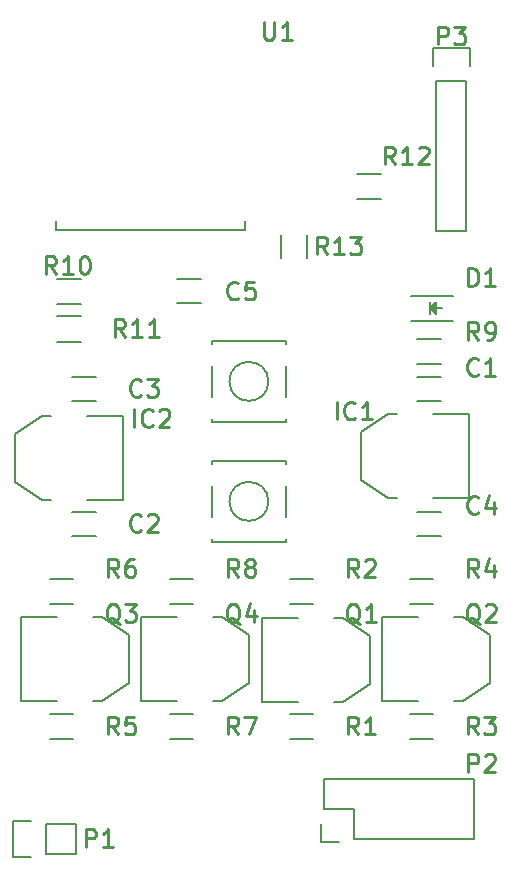
<source format=gto>
G04 #@! TF.FileFunction,Legend,Top*
%FSLAX46Y46*%
G04 Gerber Fmt 4.6, Leading zero omitted, Abs format (unit mm)*
G04 Created by KiCad (PCBNEW 4.0.4-stable) date Saturday, 10 December 2016 'PMt' 11:42:13 PM*
%MOMM*%
%LPD*%
G01*
G04 APERTURE LIST*
%ADD10C,0.100000*%
%ADD11C,0.150000*%
%ADD12C,0.152400*%
%ADD13C,0.250000*%
G04 APERTURE END LIST*
D10*
D11*
X174355000Y-94225000D02*
X172355000Y-94225000D01*
X172355000Y-96275000D02*
X174355000Y-96275000D01*
X143145000Y-107705000D02*
X145145000Y-107705000D01*
X145145000Y-105655000D02*
X143145000Y-105655000D01*
X143145000Y-96275000D02*
X145145000Y-96275000D01*
X145145000Y-94225000D02*
X143145000Y-94225000D01*
X172355000Y-107705000D02*
X174355000Y-107705000D01*
X174355000Y-105655000D02*
X172355000Y-105655000D01*
X154035000Y-85970000D02*
X152035000Y-85970000D01*
X152035000Y-88020000D02*
X154035000Y-88020000D01*
X171840000Y-89470362D02*
X175440000Y-89470362D01*
X171840000Y-87370362D02*
X175440000Y-87370362D01*
X173890000Y-88120362D02*
X173890000Y-88720362D01*
X173890000Y-88720362D02*
X173590000Y-88420362D01*
X173590000Y-88420362D02*
X173790000Y-88220362D01*
X173790000Y-88220362D02*
X173790000Y-88470362D01*
X173790000Y-88470362D02*
X173740000Y-88420362D01*
X173490000Y-87920362D02*
X173490000Y-88920362D01*
X173990000Y-88420362D02*
X174490000Y-88420362D01*
X173490000Y-88420362D02*
X173990000Y-87920362D01*
X173990000Y-87920362D02*
X173990000Y-88920362D01*
X173990000Y-88920362D02*
X173490000Y-88420362D01*
X173736000Y-104521000D02*
X176784000Y-104521000D01*
X176784000Y-104521000D02*
X176784000Y-97409000D01*
X176784000Y-97409000D02*
X173736000Y-97409000D01*
X170688000Y-104521000D02*
X169926000Y-104521000D01*
X169926000Y-104521000D02*
X167640000Y-102997000D01*
X167640000Y-102997000D02*
X167640000Y-98933000D01*
X167640000Y-98933000D02*
X169926000Y-97409000D01*
X169926000Y-97409000D02*
X170688000Y-97409000D01*
X144399000Y-104648000D02*
X147447000Y-104648000D01*
X147447000Y-104648000D02*
X147447000Y-97536000D01*
X147447000Y-97536000D02*
X144399000Y-97536000D01*
X141351000Y-104648000D02*
X140589000Y-104648000D01*
X140589000Y-104648000D02*
X138303000Y-103124000D01*
X138303000Y-103124000D02*
X138303000Y-99060000D01*
X138303000Y-99060000D02*
X140589000Y-97536000D01*
X140589000Y-97536000D02*
X141351000Y-97536000D01*
X140970000Y-132080000D02*
X143510000Y-132080000D01*
X138150000Y-131800000D02*
X139700000Y-131800000D01*
X140970000Y-132080000D02*
X140970000Y-134620000D01*
X139700000Y-134900000D02*
X138150000Y-134900000D01*
X138150000Y-134900000D02*
X138150000Y-131800000D01*
X140970000Y-134620000D02*
X143510000Y-134620000D01*
X143510000Y-134620000D02*
X143510000Y-132080000D01*
X164465000Y-128270000D02*
X177165000Y-128270000D01*
X177165000Y-128270000D02*
X177165000Y-133350000D01*
X177165000Y-133350000D02*
X167005000Y-133350000D01*
X164465000Y-128270000D02*
X164465000Y-130810000D01*
X164185000Y-132080000D02*
X164185000Y-133630000D01*
X164465000Y-130810000D02*
X167005000Y-130810000D01*
X167005000Y-130810000D02*
X167005000Y-133350000D01*
X164185000Y-133630000D02*
X165735000Y-133630000D01*
X176530000Y-69215000D02*
X176530000Y-81915000D01*
X176530000Y-81915000D02*
X173990000Y-81915000D01*
X173990000Y-81915000D02*
X173990000Y-69215000D01*
X176810000Y-66395000D02*
X176810000Y-67945000D01*
X176530000Y-69215000D02*
X173990000Y-69215000D01*
X173710000Y-67945000D02*
X173710000Y-66395000D01*
X173710000Y-66395000D02*
X176810000Y-66395000D01*
X162306000Y-114681000D02*
X159258000Y-114681000D01*
X159258000Y-114681000D02*
X159258000Y-121793000D01*
X159258000Y-121793000D02*
X162306000Y-121793000D01*
X165354000Y-114681000D02*
X166116000Y-114681000D01*
X166116000Y-114681000D02*
X168402000Y-116205000D01*
X168402000Y-116205000D02*
X168402000Y-120269000D01*
X168402000Y-120269000D02*
X166116000Y-121793000D01*
X166116000Y-121793000D02*
X165354000Y-121793000D01*
X172466000Y-114554000D02*
X169418000Y-114554000D01*
X169418000Y-114554000D02*
X169418000Y-121666000D01*
X169418000Y-121666000D02*
X172466000Y-121666000D01*
X175514000Y-114554000D02*
X176276000Y-114554000D01*
X176276000Y-114554000D02*
X178562000Y-116078000D01*
X178562000Y-116078000D02*
X178562000Y-120142000D01*
X178562000Y-120142000D02*
X176276000Y-121666000D01*
X176276000Y-121666000D02*
X175514000Y-121666000D01*
X141859000Y-114554000D02*
X138811000Y-114554000D01*
X138811000Y-114554000D02*
X138811000Y-121666000D01*
X138811000Y-121666000D02*
X141859000Y-121666000D01*
X144907000Y-114554000D02*
X145669000Y-114554000D01*
X145669000Y-114554000D02*
X147955000Y-116078000D01*
X147955000Y-116078000D02*
X147955000Y-120142000D01*
X147955000Y-120142000D02*
X145669000Y-121666000D01*
X145669000Y-121666000D02*
X144907000Y-121666000D01*
X152019000Y-114554000D02*
X148971000Y-114554000D01*
X148971000Y-114554000D02*
X148971000Y-121666000D01*
X148971000Y-121666000D02*
X152019000Y-121666000D01*
X155067000Y-114554000D02*
X155829000Y-114554000D01*
X155829000Y-114554000D02*
X158115000Y-116078000D01*
X158115000Y-116078000D02*
X158115000Y-120142000D01*
X158115000Y-120142000D02*
X155829000Y-121666000D01*
X155829000Y-121666000D02*
X155067000Y-121666000D01*
X163560000Y-124900000D02*
X161560000Y-124900000D01*
X161560000Y-122750000D02*
X163560000Y-122750000D01*
X163560000Y-113470000D02*
X161560000Y-113470000D01*
X161560000Y-111320000D02*
X163560000Y-111320000D01*
X173720000Y-124900000D02*
X171720000Y-124900000D01*
X171720000Y-122750000D02*
X173720000Y-122750000D01*
X173720000Y-113470000D02*
X171720000Y-113470000D01*
X171720000Y-111320000D02*
X173720000Y-111320000D01*
X143240000Y-124900000D02*
X141240000Y-124900000D01*
X141240000Y-122750000D02*
X143240000Y-122750000D01*
X143240000Y-113470000D02*
X141240000Y-113470000D01*
X141240000Y-111320000D02*
X143240000Y-111320000D01*
X153400000Y-124900000D02*
X151400000Y-124900000D01*
X151400000Y-122750000D02*
X153400000Y-122750000D01*
X153400000Y-113470000D02*
X151400000Y-113470000D01*
X151400000Y-111320000D02*
X153400000Y-111320000D01*
X172355000Y-91000000D02*
X174355000Y-91000000D01*
X174355000Y-93150000D02*
X172355000Y-93150000D01*
X143875000Y-88070000D02*
X141875000Y-88070000D01*
X141875000Y-85920000D02*
X143875000Y-85920000D01*
X143875000Y-91245000D02*
X141875000Y-91245000D01*
X141875000Y-89095000D02*
X143875000Y-89095000D01*
X167275000Y-77030000D02*
X169275000Y-77030000D01*
X169275000Y-79180000D02*
X167275000Y-79180000D01*
X163000000Y-82185000D02*
X163000000Y-84185000D01*
X160850000Y-84185000D02*
X160850000Y-82185000D01*
X154965000Y-91415000D02*
X154965000Y-91165000D01*
X154965000Y-91165000D02*
X161265000Y-91165000D01*
X161265000Y-91165000D02*
X161265000Y-91415000D01*
X154965000Y-95915000D02*
X154965000Y-93315000D01*
X161265000Y-97815000D02*
X161265000Y-98065000D01*
X161265000Y-98065000D02*
X154965000Y-98065000D01*
X154965000Y-98065000D02*
X154965000Y-97815000D01*
X161265000Y-93315000D02*
X161265000Y-95915000D01*
X159765000Y-94615000D02*
G75*
G03X159765000Y-94615000I-1650000J0D01*
G01*
X154965000Y-101575000D02*
X154965000Y-101325000D01*
X154965000Y-101325000D02*
X161265000Y-101325000D01*
X161265000Y-101325000D02*
X161265000Y-101575000D01*
X154965000Y-106075000D02*
X154965000Y-103475000D01*
X161265000Y-107975000D02*
X161265000Y-108225000D01*
X161265000Y-108225000D02*
X154965000Y-108225000D01*
X154965000Y-108225000D02*
X154965000Y-107975000D01*
X161265000Y-103475000D02*
X161265000Y-106075000D01*
X159765000Y-104775000D02*
G75*
G03X159765000Y-104775000I-1650000J0D01*
G01*
D12*
X141829000Y-81026000D02*
X141829000Y-81788000D01*
X141829000Y-81788000D02*
X157831000Y-81788000D01*
X157831000Y-81788000D02*
X157831000Y-81026000D01*
D13*
X177550001Y-94007714D02*
X177478572Y-94079143D01*
X177264286Y-94150571D01*
X177121429Y-94150571D01*
X176907144Y-94079143D01*
X176764286Y-93936286D01*
X176692858Y-93793429D01*
X176621429Y-93507714D01*
X176621429Y-93293429D01*
X176692858Y-93007714D01*
X176764286Y-92864857D01*
X176907144Y-92722000D01*
X177121429Y-92650571D01*
X177264286Y-92650571D01*
X177478572Y-92722000D01*
X177550001Y-92793429D01*
X178978572Y-94150571D02*
X178121429Y-94150571D01*
X178550001Y-94150571D02*
X178550001Y-92650571D01*
X178407144Y-92864857D01*
X178264286Y-93007714D01*
X178121429Y-93079143D01*
X148975001Y-107215714D02*
X148903572Y-107287143D01*
X148689286Y-107358571D01*
X148546429Y-107358571D01*
X148332144Y-107287143D01*
X148189286Y-107144286D01*
X148117858Y-107001429D01*
X148046429Y-106715714D01*
X148046429Y-106501429D01*
X148117858Y-106215714D01*
X148189286Y-106072857D01*
X148332144Y-105930000D01*
X148546429Y-105858571D01*
X148689286Y-105858571D01*
X148903572Y-105930000D01*
X148975001Y-106001429D01*
X149546429Y-106001429D02*
X149617858Y-105930000D01*
X149760715Y-105858571D01*
X150117858Y-105858571D01*
X150260715Y-105930000D01*
X150332144Y-106001429D01*
X150403572Y-106144286D01*
X150403572Y-106287143D01*
X150332144Y-106501429D01*
X149475001Y-107358571D01*
X150403572Y-107358571D01*
X148975001Y-95785714D02*
X148903572Y-95857143D01*
X148689286Y-95928571D01*
X148546429Y-95928571D01*
X148332144Y-95857143D01*
X148189286Y-95714286D01*
X148117858Y-95571429D01*
X148046429Y-95285714D01*
X148046429Y-95071429D01*
X148117858Y-94785714D01*
X148189286Y-94642857D01*
X148332144Y-94500000D01*
X148546429Y-94428571D01*
X148689286Y-94428571D01*
X148903572Y-94500000D01*
X148975001Y-94571429D01*
X149475001Y-94428571D02*
X150403572Y-94428571D01*
X149903572Y-95000000D01*
X150117858Y-95000000D01*
X150260715Y-95071429D01*
X150332144Y-95142857D01*
X150403572Y-95285714D01*
X150403572Y-95642857D01*
X150332144Y-95785714D01*
X150260715Y-95857143D01*
X150117858Y-95928571D01*
X149689286Y-95928571D01*
X149546429Y-95857143D01*
X149475001Y-95785714D01*
X177550001Y-105691714D02*
X177478572Y-105763143D01*
X177264286Y-105834571D01*
X177121429Y-105834571D01*
X176907144Y-105763143D01*
X176764286Y-105620286D01*
X176692858Y-105477429D01*
X176621429Y-105191714D01*
X176621429Y-104977429D01*
X176692858Y-104691714D01*
X176764286Y-104548857D01*
X176907144Y-104406000D01*
X177121429Y-104334571D01*
X177264286Y-104334571D01*
X177478572Y-104406000D01*
X177550001Y-104477429D01*
X178835715Y-104834571D02*
X178835715Y-105834571D01*
X178478572Y-104263143D02*
X178121429Y-105334571D01*
X179050001Y-105334571D01*
X157230001Y-87530714D02*
X157158572Y-87602143D01*
X156944286Y-87673571D01*
X156801429Y-87673571D01*
X156587144Y-87602143D01*
X156444286Y-87459286D01*
X156372858Y-87316429D01*
X156301429Y-87030714D01*
X156301429Y-86816429D01*
X156372858Y-86530714D01*
X156444286Y-86387857D01*
X156587144Y-86245000D01*
X156801429Y-86173571D01*
X156944286Y-86173571D01*
X157158572Y-86245000D01*
X157230001Y-86316429D01*
X158587144Y-86173571D02*
X157872858Y-86173571D01*
X157801429Y-86887857D01*
X157872858Y-86816429D01*
X158015715Y-86745000D01*
X158372858Y-86745000D01*
X158515715Y-86816429D01*
X158587144Y-86887857D01*
X158658572Y-87030714D01*
X158658572Y-87387857D01*
X158587144Y-87530714D01*
X158515715Y-87602143D01*
X158372858Y-87673571D01*
X158015715Y-87673571D01*
X157872858Y-87602143D01*
X157801429Y-87530714D01*
X176692858Y-86530571D02*
X176692858Y-85030571D01*
X177050001Y-85030571D01*
X177264286Y-85102000D01*
X177407144Y-85244857D01*
X177478572Y-85387714D01*
X177550001Y-85673429D01*
X177550001Y-85887714D01*
X177478572Y-86173429D01*
X177407144Y-86316286D01*
X177264286Y-86459143D01*
X177050001Y-86530571D01*
X176692858Y-86530571D01*
X178978572Y-86530571D02*
X178121429Y-86530571D01*
X178550001Y-86530571D02*
X178550001Y-85030571D01*
X178407144Y-85244857D01*
X178264286Y-85387714D01*
X178121429Y-85459143D01*
X165540715Y-97833571D02*
X165540715Y-96333571D01*
X167112144Y-97690714D02*
X167040715Y-97762143D01*
X166826429Y-97833571D01*
X166683572Y-97833571D01*
X166469287Y-97762143D01*
X166326429Y-97619286D01*
X166255001Y-97476429D01*
X166183572Y-97190714D01*
X166183572Y-96976429D01*
X166255001Y-96690714D01*
X166326429Y-96547857D01*
X166469287Y-96405000D01*
X166683572Y-96333571D01*
X166826429Y-96333571D01*
X167040715Y-96405000D01*
X167112144Y-96476429D01*
X168540715Y-97833571D02*
X167683572Y-97833571D01*
X168112144Y-97833571D02*
X168112144Y-96333571D01*
X167969287Y-96547857D01*
X167826429Y-96690714D01*
X167683572Y-96762143D01*
X148395715Y-98468571D02*
X148395715Y-96968571D01*
X149967144Y-98325714D02*
X149895715Y-98397143D01*
X149681429Y-98468571D01*
X149538572Y-98468571D01*
X149324287Y-98397143D01*
X149181429Y-98254286D01*
X149110001Y-98111429D01*
X149038572Y-97825714D01*
X149038572Y-97611429D01*
X149110001Y-97325714D01*
X149181429Y-97182857D01*
X149324287Y-97040000D01*
X149538572Y-96968571D01*
X149681429Y-96968571D01*
X149895715Y-97040000D01*
X149967144Y-97111429D01*
X150538572Y-97111429D02*
X150610001Y-97040000D01*
X150752858Y-96968571D01*
X151110001Y-96968571D01*
X151252858Y-97040000D01*
X151324287Y-97111429D01*
X151395715Y-97254286D01*
X151395715Y-97397143D01*
X151324287Y-97611429D01*
X150467144Y-98468571D01*
X151395715Y-98468571D01*
X144307858Y-134028571D02*
X144307858Y-132528571D01*
X144879286Y-132528571D01*
X145022144Y-132600000D01*
X145093572Y-132671429D01*
X145165001Y-132814286D01*
X145165001Y-133028571D01*
X145093572Y-133171429D01*
X145022144Y-133242857D01*
X144879286Y-133314286D01*
X144307858Y-133314286D01*
X146593572Y-134028571D02*
X145736429Y-134028571D01*
X146165001Y-134028571D02*
X146165001Y-132528571D01*
X146022144Y-132742857D01*
X145879286Y-132885714D01*
X145736429Y-132957143D01*
X176692858Y-127678571D02*
X176692858Y-126178571D01*
X177264286Y-126178571D01*
X177407144Y-126250000D01*
X177478572Y-126321429D01*
X177550001Y-126464286D01*
X177550001Y-126678571D01*
X177478572Y-126821429D01*
X177407144Y-126892857D01*
X177264286Y-126964286D01*
X176692858Y-126964286D01*
X178121429Y-126321429D02*
X178192858Y-126250000D01*
X178335715Y-126178571D01*
X178692858Y-126178571D01*
X178835715Y-126250000D01*
X178907144Y-126321429D01*
X178978572Y-126464286D01*
X178978572Y-126607143D01*
X178907144Y-126821429D01*
X178050001Y-127678571D01*
X178978572Y-127678571D01*
X174152858Y-66083571D02*
X174152858Y-64583571D01*
X174724286Y-64583571D01*
X174867144Y-64655000D01*
X174938572Y-64726429D01*
X175010001Y-64869286D01*
X175010001Y-65083571D01*
X174938572Y-65226429D01*
X174867144Y-65297857D01*
X174724286Y-65369286D01*
X174152858Y-65369286D01*
X175510001Y-64583571D02*
X176438572Y-64583571D01*
X175938572Y-65155000D01*
X176152858Y-65155000D01*
X176295715Y-65226429D01*
X176367144Y-65297857D01*
X176438572Y-65440714D01*
X176438572Y-65797857D01*
X176367144Y-65940714D01*
X176295715Y-66012143D01*
X176152858Y-66083571D01*
X175724286Y-66083571D01*
X175581429Y-66012143D01*
X175510001Y-65940714D01*
X167497143Y-115121429D02*
X167354286Y-115050000D01*
X167211429Y-114907143D01*
X166997143Y-114692857D01*
X166854286Y-114621429D01*
X166711429Y-114621429D01*
X166782857Y-114978571D02*
X166640000Y-114907143D01*
X166497143Y-114764286D01*
X166425714Y-114478571D01*
X166425714Y-113978571D01*
X166497143Y-113692857D01*
X166640000Y-113550000D01*
X166782857Y-113478571D01*
X167068571Y-113478571D01*
X167211429Y-113550000D01*
X167354286Y-113692857D01*
X167425714Y-113978571D01*
X167425714Y-114478571D01*
X167354286Y-114764286D01*
X167211429Y-114907143D01*
X167068571Y-114978571D01*
X166782857Y-114978571D01*
X168854286Y-114978571D02*
X167997143Y-114978571D01*
X168425715Y-114978571D02*
X168425715Y-113478571D01*
X168282858Y-113692857D01*
X168140000Y-113835714D01*
X167997143Y-113907143D01*
X177657143Y-115121429D02*
X177514286Y-115050000D01*
X177371429Y-114907143D01*
X177157143Y-114692857D01*
X177014286Y-114621429D01*
X176871429Y-114621429D01*
X176942857Y-114978571D02*
X176800000Y-114907143D01*
X176657143Y-114764286D01*
X176585714Y-114478571D01*
X176585714Y-113978571D01*
X176657143Y-113692857D01*
X176800000Y-113550000D01*
X176942857Y-113478571D01*
X177228571Y-113478571D01*
X177371429Y-113550000D01*
X177514286Y-113692857D01*
X177585714Y-113978571D01*
X177585714Y-114478571D01*
X177514286Y-114764286D01*
X177371429Y-114907143D01*
X177228571Y-114978571D01*
X176942857Y-114978571D01*
X178157143Y-113621429D02*
X178228572Y-113550000D01*
X178371429Y-113478571D01*
X178728572Y-113478571D01*
X178871429Y-113550000D01*
X178942858Y-113621429D01*
X179014286Y-113764286D01*
X179014286Y-113907143D01*
X178942858Y-114121429D01*
X178085715Y-114978571D01*
X179014286Y-114978571D01*
X147177143Y-115121429D02*
X147034286Y-115050000D01*
X146891429Y-114907143D01*
X146677143Y-114692857D01*
X146534286Y-114621429D01*
X146391429Y-114621429D01*
X146462857Y-114978571D02*
X146320000Y-114907143D01*
X146177143Y-114764286D01*
X146105714Y-114478571D01*
X146105714Y-113978571D01*
X146177143Y-113692857D01*
X146320000Y-113550000D01*
X146462857Y-113478571D01*
X146748571Y-113478571D01*
X146891429Y-113550000D01*
X147034286Y-113692857D01*
X147105714Y-113978571D01*
X147105714Y-114478571D01*
X147034286Y-114764286D01*
X146891429Y-114907143D01*
X146748571Y-114978571D01*
X146462857Y-114978571D01*
X147605715Y-113478571D02*
X148534286Y-113478571D01*
X148034286Y-114050000D01*
X148248572Y-114050000D01*
X148391429Y-114121429D01*
X148462858Y-114192857D01*
X148534286Y-114335714D01*
X148534286Y-114692857D01*
X148462858Y-114835714D01*
X148391429Y-114907143D01*
X148248572Y-114978571D01*
X147820000Y-114978571D01*
X147677143Y-114907143D01*
X147605715Y-114835714D01*
X157337143Y-115121429D02*
X157194286Y-115050000D01*
X157051429Y-114907143D01*
X156837143Y-114692857D01*
X156694286Y-114621429D01*
X156551429Y-114621429D01*
X156622857Y-114978571D02*
X156480000Y-114907143D01*
X156337143Y-114764286D01*
X156265714Y-114478571D01*
X156265714Y-113978571D01*
X156337143Y-113692857D01*
X156480000Y-113550000D01*
X156622857Y-113478571D01*
X156908571Y-113478571D01*
X157051429Y-113550000D01*
X157194286Y-113692857D01*
X157265714Y-113978571D01*
X157265714Y-114478571D01*
X157194286Y-114764286D01*
X157051429Y-114907143D01*
X156908571Y-114978571D01*
X156622857Y-114978571D01*
X158551429Y-113978571D02*
X158551429Y-114978571D01*
X158194286Y-113407143D02*
X157837143Y-114478571D01*
X158765715Y-114478571D01*
X167390001Y-124503571D02*
X166890001Y-123789286D01*
X166532858Y-124503571D02*
X166532858Y-123003571D01*
X167104286Y-123003571D01*
X167247144Y-123075000D01*
X167318572Y-123146429D01*
X167390001Y-123289286D01*
X167390001Y-123503571D01*
X167318572Y-123646429D01*
X167247144Y-123717857D01*
X167104286Y-123789286D01*
X166532858Y-123789286D01*
X168818572Y-124503571D02*
X167961429Y-124503571D01*
X168390001Y-124503571D02*
X168390001Y-123003571D01*
X168247144Y-123217857D01*
X168104286Y-123360714D01*
X167961429Y-123432143D01*
X167390001Y-111168571D02*
X166890001Y-110454286D01*
X166532858Y-111168571D02*
X166532858Y-109668571D01*
X167104286Y-109668571D01*
X167247144Y-109740000D01*
X167318572Y-109811429D01*
X167390001Y-109954286D01*
X167390001Y-110168571D01*
X167318572Y-110311429D01*
X167247144Y-110382857D01*
X167104286Y-110454286D01*
X166532858Y-110454286D01*
X167961429Y-109811429D02*
X168032858Y-109740000D01*
X168175715Y-109668571D01*
X168532858Y-109668571D01*
X168675715Y-109740000D01*
X168747144Y-109811429D01*
X168818572Y-109954286D01*
X168818572Y-110097143D01*
X168747144Y-110311429D01*
X167890001Y-111168571D01*
X168818572Y-111168571D01*
X177550001Y-124503571D02*
X177050001Y-123789286D01*
X176692858Y-124503571D02*
X176692858Y-123003571D01*
X177264286Y-123003571D01*
X177407144Y-123075000D01*
X177478572Y-123146429D01*
X177550001Y-123289286D01*
X177550001Y-123503571D01*
X177478572Y-123646429D01*
X177407144Y-123717857D01*
X177264286Y-123789286D01*
X176692858Y-123789286D01*
X178050001Y-123003571D02*
X178978572Y-123003571D01*
X178478572Y-123575000D01*
X178692858Y-123575000D01*
X178835715Y-123646429D01*
X178907144Y-123717857D01*
X178978572Y-123860714D01*
X178978572Y-124217857D01*
X178907144Y-124360714D01*
X178835715Y-124432143D01*
X178692858Y-124503571D01*
X178264286Y-124503571D01*
X178121429Y-124432143D01*
X178050001Y-124360714D01*
X177550001Y-111168571D02*
X177050001Y-110454286D01*
X176692858Y-111168571D02*
X176692858Y-109668571D01*
X177264286Y-109668571D01*
X177407144Y-109740000D01*
X177478572Y-109811429D01*
X177550001Y-109954286D01*
X177550001Y-110168571D01*
X177478572Y-110311429D01*
X177407144Y-110382857D01*
X177264286Y-110454286D01*
X176692858Y-110454286D01*
X178835715Y-110168571D02*
X178835715Y-111168571D01*
X178478572Y-109597143D02*
X178121429Y-110668571D01*
X179050001Y-110668571D01*
X147070001Y-124503571D02*
X146570001Y-123789286D01*
X146212858Y-124503571D02*
X146212858Y-123003571D01*
X146784286Y-123003571D01*
X146927144Y-123075000D01*
X146998572Y-123146429D01*
X147070001Y-123289286D01*
X147070001Y-123503571D01*
X146998572Y-123646429D01*
X146927144Y-123717857D01*
X146784286Y-123789286D01*
X146212858Y-123789286D01*
X148427144Y-123003571D02*
X147712858Y-123003571D01*
X147641429Y-123717857D01*
X147712858Y-123646429D01*
X147855715Y-123575000D01*
X148212858Y-123575000D01*
X148355715Y-123646429D01*
X148427144Y-123717857D01*
X148498572Y-123860714D01*
X148498572Y-124217857D01*
X148427144Y-124360714D01*
X148355715Y-124432143D01*
X148212858Y-124503571D01*
X147855715Y-124503571D01*
X147712858Y-124432143D01*
X147641429Y-124360714D01*
X147070001Y-111168571D02*
X146570001Y-110454286D01*
X146212858Y-111168571D02*
X146212858Y-109668571D01*
X146784286Y-109668571D01*
X146927144Y-109740000D01*
X146998572Y-109811429D01*
X147070001Y-109954286D01*
X147070001Y-110168571D01*
X146998572Y-110311429D01*
X146927144Y-110382857D01*
X146784286Y-110454286D01*
X146212858Y-110454286D01*
X148355715Y-109668571D02*
X148070001Y-109668571D01*
X147927144Y-109740000D01*
X147855715Y-109811429D01*
X147712858Y-110025714D01*
X147641429Y-110311429D01*
X147641429Y-110882857D01*
X147712858Y-111025714D01*
X147784286Y-111097143D01*
X147927144Y-111168571D01*
X148212858Y-111168571D01*
X148355715Y-111097143D01*
X148427144Y-111025714D01*
X148498572Y-110882857D01*
X148498572Y-110525714D01*
X148427144Y-110382857D01*
X148355715Y-110311429D01*
X148212858Y-110240000D01*
X147927144Y-110240000D01*
X147784286Y-110311429D01*
X147712858Y-110382857D01*
X147641429Y-110525714D01*
X157230001Y-124503571D02*
X156730001Y-123789286D01*
X156372858Y-124503571D02*
X156372858Y-123003571D01*
X156944286Y-123003571D01*
X157087144Y-123075000D01*
X157158572Y-123146429D01*
X157230001Y-123289286D01*
X157230001Y-123503571D01*
X157158572Y-123646429D01*
X157087144Y-123717857D01*
X156944286Y-123789286D01*
X156372858Y-123789286D01*
X157730001Y-123003571D02*
X158730001Y-123003571D01*
X158087144Y-124503571D01*
X157230001Y-111168571D02*
X156730001Y-110454286D01*
X156372858Y-111168571D02*
X156372858Y-109668571D01*
X156944286Y-109668571D01*
X157087144Y-109740000D01*
X157158572Y-109811429D01*
X157230001Y-109954286D01*
X157230001Y-110168571D01*
X157158572Y-110311429D01*
X157087144Y-110382857D01*
X156944286Y-110454286D01*
X156372858Y-110454286D01*
X158087144Y-110311429D02*
X157944286Y-110240000D01*
X157872858Y-110168571D01*
X157801429Y-110025714D01*
X157801429Y-109954286D01*
X157872858Y-109811429D01*
X157944286Y-109740000D01*
X158087144Y-109668571D01*
X158372858Y-109668571D01*
X158515715Y-109740000D01*
X158587144Y-109811429D01*
X158658572Y-109954286D01*
X158658572Y-110025714D01*
X158587144Y-110168571D01*
X158515715Y-110240000D01*
X158372858Y-110311429D01*
X158087144Y-110311429D01*
X157944286Y-110382857D01*
X157872858Y-110454286D01*
X157801429Y-110597143D01*
X157801429Y-110882857D01*
X157872858Y-111025714D01*
X157944286Y-111097143D01*
X158087144Y-111168571D01*
X158372858Y-111168571D01*
X158515715Y-111097143D01*
X158587144Y-111025714D01*
X158658572Y-110882857D01*
X158658572Y-110597143D01*
X158587144Y-110454286D01*
X158515715Y-110382857D01*
X158372858Y-110311429D01*
X177550001Y-91102571D02*
X177050001Y-90388286D01*
X176692858Y-91102571D02*
X176692858Y-89602571D01*
X177264286Y-89602571D01*
X177407144Y-89674000D01*
X177478572Y-89745429D01*
X177550001Y-89888286D01*
X177550001Y-90102571D01*
X177478572Y-90245429D01*
X177407144Y-90316857D01*
X177264286Y-90388286D01*
X176692858Y-90388286D01*
X178264286Y-91102571D02*
X178550001Y-91102571D01*
X178692858Y-91031143D01*
X178764286Y-90959714D01*
X178907144Y-90745429D01*
X178978572Y-90459714D01*
X178978572Y-89888286D01*
X178907144Y-89745429D01*
X178835715Y-89674000D01*
X178692858Y-89602571D01*
X178407144Y-89602571D01*
X178264286Y-89674000D01*
X178192858Y-89745429D01*
X178121429Y-89888286D01*
X178121429Y-90245429D01*
X178192858Y-90388286D01*
X178264286Y-90459714D01*
X178407144Y-90531143D01*
X178692858Y-90531143D01*
X178835715Y-90459714D01*
X178907144Y-90388286D01*
X178978572Y-90245429D01*
X141783715Y-85514571D02*
X141283715Y-84800286D01*
X140926572Y-85514571D02*
X140926572Y-84014571D01*
X141498000Y-84014571D01*
X141640858Y-84086000D01*
X141712286Y-84157429D01*
X141783715Y-84300286D01*
X141783715Y-84514571D01*
X141712286Y-84657429D01*
X141640858Y-84728857D01*
X141498000Y-84800286D01*
X140926572Y-84800286D01*
X143212286Y-85514571D02*
X142355143Y-85514571D01*
X142783715Y-85514571D02*
X142783715Y-84014571D01*
X142640858Y-84228857D01*
X142498000Y-84371714D01*
X142355143Y-84443143D01*
X144140857Y-84014571D02*
X144283714Y-84014571D01*
X144426571Y-84086000D01*
X144498000Y-84157429D01*
X144569429Y-84300286D01*
X144640857Y-84586000D01*
X144640857Y-84943143D01*
X144569429Y-85228857D01*
X144498000Y-85371714D01*
X144426571Y-85443143D01*
X144283714Y-85514571D01*
X144140857Y-85514571D01*
X143998000Y-85443143D01*
X143926571Y-85371714D01*
X143855143Y-85228857D01*
X143783714Y-84943143D01*
X143783714Y-84586000D01*
X143855143Y-84300286D01*
X143926571Y-84157429D01*
X143998000Y-84086000D01*
X144140857Y-84014571D01*
X147625715Y-90848571D02*
X147125715Y-90134286D01*
X146768572Y-90848571D02*
X146768572Y-89348571D01*
X147340000Y-89348571D01*
X147482858Y-89420000D01*
X147554286Y-89491429D01*
X147625715Y-89634286D01*
X147625715Y-89848571D01*
X147554286Y-89991429D01*
X147482858Y-90062857D01*
X147340000Y-90134286D01*
X146768572Y-90134286D01*
X149054286Y-90848571D02*
X148197143Y-90848571D01*
X148625715Y-90848571D02*
X148625715Y-89348571D01*
X148482858Y-89562857D01*
X148340000Y-89705714D01*
X148197143Y-89777143D01*
X150482857Y-90848571D02*
X149625714Y-90848571D01*
X150054286Y-90848571D02*
X150054286Y-89348571D01*
X149911429Y-89562857D01*
X149768571Y-89705714D01*
X149625714Y-89777143D01*
X170485715Y-76243571D02*
X169985715Y-75529286D01*
X169628572Y-76243571D02*
X169628572Y-74743571D01*
X170200000Y-74743571D01*
X170342858Y-74815000D01*
X170414286Y-74886429D01*
X170485715Y-75029286D01*
X170485715Y-75243571D01*
X170414286Y-75386429D01*
X170342858Y-75457857D01*
X170200000Y-75529286D01*
X169628572Y-75529286D01*
X171914286Y-76243571D02*
X171057143Y-76243571D01*
X171485715Y-76243571D02*
X171485715Y-74743571D01*
X171342858Y-74957857D01*
X171200000Y-75100714D01*
X171057143Y-75172143D01*
X172485714Y-74886429D02*
X172557143Y-74815000D01*
X172700000Y-74743571D01*
X173057143Y-74743571D01*
X173200000Y-74815000D01*
X173271429Y-74886429D01*
X173342857Y-75029286D01*
X173342857Y-75172143D01*
X173271429Y-75386429D01*
X172414286Y-76243571D01*
X173342857Y-76243571D01*
X164770715Y-83863571D02*
X164270715Y-83149286D01*
X163913572Y-83863571D02*
X163913572Y-82363571D01*
X164485000Y-82363571D01*
X164627858Y-82435000D01*
X164699286Y-82506429D01*
X164770715Y-82649286D01*
X164770715Y-82863571D01*
X164699286Y-83006429D01*
X164627858Y-83077857D01*
X164485000Y-83149286D01*
X163913572Y-83149286D01*
X166199286Y-83863571D02*
X165342143Y-83863571D01*
X165770715Y-83863571D02*
X165770715Y-82363571D01*
X165627858Y-82577857D01*
X165485000Y-82720714D01*
X165342143Y-82792143D01*
X166699286Y-82363571D02*
X167627857Y-82363571D01*
X167127857Y-82935000D01*
X167342143Y-82935000D01*
X167485000Y-83006429D01*
X167556429Y-83077857D01*
X167627857Y-83220714D01*
X167627857Y-83577857D01*
X167556429Y-83720714D01*
X167485000Y-83792143D01*
X167342143Y-83863571D01*
X166913571Y-83863571D01*
X166770714Y-83792143D01*
X166699286Y-83720714D01*
X159385143Y-64202571D02*
X159385143Y-65416857D01*
X159456571Y-65559714D01*
X159528000Y-65631143D01*
X159670857Y-65702571D01*
X159956571Y-65702571D01*
X160099429Y-65631143D01*
X160170857Y-65559714D01*
X160242286Y-65416857D01*
X160242286Y-64202571D01*
X161742286Y-65702571D02*
X160885143Y-65702571D01*
X161313715Y-65702571D02*
X161313715Y-64202571D01*
X161170858Y-64416857D01*
X161028000Y-64559714D01*
X160885143Y-64631143D01*
M02*

</source>
